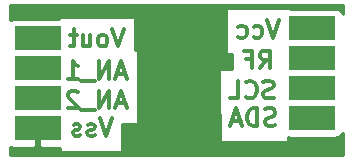
<source format=gbr>
G04 #@! TF.GenerationSoftware,KiCad,Pcbnew,(5.1.5)-3*
G04 #@! TF.CreationDate,2021-10-12T15:59:54+02:00*
G04 #@! TF.ProjectId,RFID_Cosine,52464944-5f43-46f7-9369-6e652e6b6963,rev?*
G04 #@! TF.SameCoordinates,Original*
G04 #@! TF.FileFunction,Copper,L2,Bot*
G04 #@! TF.FilePolarity,Positive*
%FSLAX46Y46*%
G04 Gerber Fmt 4.6, Leading zero omitted, Abs format (unit mm)*
G04 Created by KiCad (PCBNEW (5.1.5)-3) date 2021-10-12 15:59:54*
%MOMM*%
%LPD*%
G04 APERTURE LIST*
%ADD10C,0.300000*%
%ADD11R,4.000000X2.000000*%
%ADD12C,0.254000*%
G04 APERTURE END LIST*
D10*
X145435714Y-101928571D02*
X144935714Y-103428571D01*
X144435714Y-101928571D01*
X143292857Y-103357142D02*
X143435714Y-103428571D01*
X143721428Y-103428571D01*
X143864285Y-103357142D01*
X143935714Y-103285714D01*
X144007142Y-103142857D01*
X144007142Y-102714285D01*
X143935714Y-102571428D01*
X143864285Y-102500000D01*
X143721428Y-102428571D01*
X143435714Y-102428571D01*
X143292857Y-102500000D01*
X142007142Y-103357142D02*
X142150000Y-103428571D01*
X142435714Y-103428571D01*
X142578571Y-103357142D01*
X142650000Y-103285714D01*
X142721428Y-103142857D01*
X142721428Y-102714285D01*
X142650000Y-102571428D01*
X142578571Y-102500000D01*
X142435714Y-102428571D01*
X142150000Y-102428571D01*
X142007142Y-102500000D01*
X143828571Y-106028571D02*
X144328571Y-105314285D01*
X144685714Y-106028571D02*
X144685714Y-104528571D01*
X144114285Y-104528571D01*
X143971428Y-104600000D01*
X143900000Y-104671428D01*
X143828571Y-104814285D01*
X143828571Y-105028571D01*
X143900000Y-105171428D01*
X143971428Y-105242857D01*
X144114285Y-105314285D01*
X144685714Y-105314285D01*
X142685714Y-105242857D02*
X143185714Y-105242857D01*
X143185714Y-106028571D02*
X143185714Y-104528571D01*
X142471428Y-104528571D01*
X144985714Y-108507142D02*
X144771428Y-108578571D01*
X144414285Y-108578571D01*
X144271428Y-108507142D01*
X144200000Y-108435714D01*
X144128571Y-108292857D01*
X144128571Y-108150000D01*
X144200000Y-108007142D01*
X144271428Y-107935714D01*
X144414285Y-107864285D01*
X144700000Y-107792857D01*
X144842857Y-107721428D01*
X144914285Y-107650000D01*
X144985714Y-107507142D01*
X144985714Y-107364285D01*
X144914285Y-107221428D01*
X144842857Y-107150000D01*
X144700000Y-107078571D01*
X144342857Y-107078571D01*
X144128571Y-107150000D01*
X142628571Y-108435714D02*
X142700000Y-108507142D01*
X142914285Y-108578571D01*
X143057142Y-108578571D01*
X143271428Y-108507142D01*
X143414285Y-108364285D01*
X143485714Y-108221428D01*
X143557142Y-107935714D01*
X143557142Y-107721428D01*
X143485714Y-107435714D01*
X143414285Y-107292857D01*
X143271428Y-107150000D01*
X143057142Y-107078571D01*
X142914285Y-107078571D01*
X142700000Y-107150000D01*
X142628571Y-107221428D01*
X141271428Y-108578571D02*
X141985714Y-108578571D01*
X141985714Y-107078571D01*
X145121428Y-110857142D02*
X144907142Y-110928571D01*
X144550000Y-110928571D01*
X144407142Y-110857142D01*
X144335714Y-110785714D01*
X144264285Y-110642857D01*
X144264285Y-110500000D01*
X144335714Y-110357142D01*
X144407142Y-110285714D01*
X144550000Y-110214285D01*
X144835714Y-110142857D01*
X144978571Y-110071428D01*
X145050000Y-110000000D01*
X145121428Y-109857142D01*
X145121428Y-109714285D01*
X145050000Y-109571428D01*
X144978571Y-109500000D01*
X144835714Y-109428571D01*
X144478571Y-109428571D01*
X144264285Y-109500000D01*
X143621428Y-110928571D02*
X143621428Y-109428571D01*
X143264285Y-109428571D01*
X143050000Y-109500000D01*
X142907142Y-109642857D01*
X142835714Y-109785714D01*
X142764285Y-110071428D01*
X142764285Y-110285714D01*
X142835714Y-110571428D01*
X142907142Y-110714285D01*
X143050000Y-110857142D01*
X143264285Y-110928571D01*
X143621428Y-110928571D01*
X142192857Y-110500000D02*
X141478571Y-110500000D01*
X142335714Y-110928571D02*
X141835714Y-109428571D01*
X141335714Y-110928571D01*
X131264285Y-110228571D02*
X130764285Y-111728571D01*
X130264285Y-110228571D01*
X129835714Y-111657142D02*
X129692857Y-111728571D01*
X129407142Y-111728571D01*
X129264285Y-111657142D01*
X129192857Y-111514285D01*
X129192857Y-111442857D01*
X129264285Y-111300000D01*
X129407142Y-111228571D01*
X129621428Y-111228571D01*
X129764285Y-111157142D01*
X129835714Y-111014285D01*
X129835714Y-110942857D01*
X129764285Y-110800000D01*
X129621428Y-110728571D01*
X129407142Y-110728571D01*
X129264285Y-110800000D01*
X128621428Y-111657142D02*
X128478571Y-111728571D01*
X128192857Y-111728571D01*
X128050000Y-111657142D01*
X127978571Y-111514285D01*
X127978571Y-111442857D01*
X128050000Y-111300000D01*
X128192857Y-111228571D01*
X128407142Y-111228571D01*
X128550000Y-111157142D01*
X128621428Y-111014285D01*
X128621428Y-110942857D01*
X128550000Y-110800000D01*
X128407142Y-110728571D01*
X128192857Y-110728571D01*
X128050000Y-110800000D01*
X132428571Y-109000000D02*
X131714285Y-109000000D01*
X132571428Y-109428571D02*
X132071428Y-107928571D01*
X131571428Y-109428571D01*
X131071428Y-109428571D02*
X131071428Y-107928571D01*
X130214285Y-109428571D01*
X130214285Y-107928571D01*
X129857142Y-109571428D02*
X128714285Y-109571428D01*
X128428571Y-108071428D02*
X128357142Y-108000000D01*
X128214285Y-107928571D01*
X127857142Y-107928571D01*
X127714285Y-108000000D01*
X127642857Y-108071428D01*
X127571428Y-108214285D01*
X127571428Y-108357142D01*
X127642857Y-108571428D01*
X128500000Y-109428571D01*
X127571428Y-109428571D01*
X132428571Y-106500000D02*
X131714285Y-106500000D01*
X132571428Y-106928571D02*
X132071428Y-105428571D01*
X131571428Y-106928571D01*
X131071428Y-106928571D02*
X131071428Y-105428571D01*
X130214285Y-106928571D01*
X130214285Y-105428571D01*
X129857142Y-107071428D02*
X128714285Y-107071428D01*
X127571428Y-106928571D02*
X128428571Y-106928571D01*
X128000000Y-106928571D02*
X128000000Y-105428571D01*
X128142857Y-105642857D01*
X128285714Y-105785714D01*
X128428571Y-105857142D01*
X132335714Y-102678571D02*
X131835714Y-104178571D01*
X131335714Y-102678571D01*
X130621428Y-104178571D02*
X130764285Y-104107142D01*
X130835714Y-104035714D01*
X130907142Y-103892857D01*
X130907142Y-103464285D01*
X130835714Y-103321428D01*
X130764285Y-103250000D01*
X130621428Y-103178571D01*
X130407142Y-103178571D01*
X130264285Y-103250000D01*
X130192857Y-103321428D01*
X130121428Y-103464285D01*
X130121428Y-103892857D01*
X130192857Y-104035714D01*
X130264285Y-104107142D01*
X130407142Y-104178571D01*
X130621428Y-104178571D01*
X128835714Y-103178571D02*
X128835714Y-104178571D01*
X129478571Y-103178571D02*
X129478571Y-103964285D01*
X129407142Y-104107142D01*
X129264285Y-104178571D01*
X129050000Y-104178571D01*
X128907142Y-104107142D01*
X128835714Y-104035714D01*
X128335714Y-103178571D02*
X127764285Y-103178571D01*
X128121428Y-102678571D02*
X128121428Y-103964285D01*
X128050000Y-104107142D01*
X127907142Y-104178571D01*
X127764285Y-104178571D01*
D11*
X125000000Y-103500000D03*
X125000000Y-106040000D03*
X125000000Y-108580000D03*
X125000000Y-111120000D03*
X148250000Y-102630000D03*
X148250000Y-105170000D03*
X148250000Y-107710000D03*
X148250000Y-110250000D03*
D12*
G36*
X150840001Y-101387465D02*
G01*
X150839502Y-101385820D01*
X150780537Y-101275506D01*
X150701185Y-101178815D01*
X150604494Y-101099463D01*
X150494180Y-101040498D01*
X150374482Y-101004188D01*
X150250000Y-100991928D01*
X146363572Y-100991928D01*
X146363572Y-100960000D01*
X140936429Y-100960000D01*
X140936429Y-104780000D01*
X141472143Y-104780000D01*
X141472143Y-106110000D01*
X140343572Y-106110000D01*
X140343572Y-109930000D01*
X140407857Y-109930000D01*
X140407857Y-112280000D01*
X146192143Y-112280000D01*
X146192143Y-111882374D01*
X146250000Y-111888072D01*
X150250000Y-111888072D01*
X150374482Y-111875812D01*
X150494180Y-111839502D01*
X150604494Y-111780537D01*
X150701185Y-111701185D01*
X150780537Y-111604494D01*
X150839502Y-111494180D01*
X150840000Y-111492538D01*
X150840000Y-113340000D01*
X122660000Y-113340000D01*
X122660000Y-112658284D01*
X122755820Y-112709502D01*
X122875518Y-112745812D01*
X123000000Y-112758072D01*
X124714250Y-112755000D01*
X124873000Y-112596250D01*
X124873000Y-111247000D01*
X124853000Y-111247000D01*
X124853000Y-110993000D01*
X124873000Y-110993000D01*
X124873000Y-110973000D01*
X125127000Y-110973000D01*
X125127000Y-110993000D01*
X125147000Y-110993000D01*
X125147000Y-111247000D01*
X125127000Y-111247000D01*
X125127000Y-112596250D01*
X125285750Y-112755000D01*
X126907857Y-112757907D01*
X126907857Y-113080000D01*
X132192143Y-113080000D01*
X132192143Y-110780000D01*
X133499286Y-110780000D01*
X133499286Y-104460000D01*
X133263572Y-104460000D01*
X133263572Y-101710000D01*
X126836429Y-101710000D01*
X126836429Y-101861928D01*
X123000000Y-101861928D01*
X122875518Y-101874188D01*
X122755820Y-101910498D01*
X122660000Y-101961716D01*
X122660000Y-100660000D01*
X150840001Y-100660000D01*
X150840001Y-101387465D01*
G37*
X150840001Y-101387465D02*
X150839502Y-101385820D01*
X150780537Y-101275506D01*
X150701185Y-101178815D01*
X150604494Y-101099463D01*
X150494180Y-101040498D01*
X150374482Y-101004188D01*
X150250000Y-100991928D01*
X146363572Y-100991928D01*
X146363572Y-100960000D01*
X140936429Y-100960000D01*
X140936429Y-104780000D01*
X141472143Y-104780000D01*
X141472143Y-106110000D01*
X140343572Y-106110000D01*
X140343572Y-109930000D01*
X140407857Y-109930000D01*
X140407857Y-112280000D01*
X146192143Y-112280000D01*
X146192143Y-111882374D01*
X146250000Y-111888072D01*
X150250000Y-111888072D01*
X150374482Y-111875812D01*
X150494180Y-111839502D01*
X150604494Y-111780537D01*
X150701185Y-111701185D01*
X150780537Y-111604494D01*
X150839502Y-111494180D01*
X150840000Y-111492538D01*
X150840000Y-113340000D01*
X122660000Y-113340000D01*
X122660000Y-112658284D01*
X122755820Y-112709502D01*
X122875518Y-112745812D01*
X123000000Y-112758072D01*
X124714250Y-112755000D01*
X124873000Y-112596250D01*
X124873000Y-111247000D01*
X124853000Y-111247000D01*
X124853000Y-110993000D01*
X124873000Y-110993000D01*
X124873000Y-110973000D01*
X125127000Y-110973000D01*
X125127000Y-110993000D01*
X125147000Y-110993000D01*
X125147000Y-111247000D01*
X125127000Y-111247000D01*
X125127000Y-112596250D01*
X125285750Y-112755000D01*
X126907857Y-112757907D01*
X126907857Y-113080000D01*
X132192143Y-113080000D01*
X132192143Y-110780000D01*
X133499286Y-110780000D01*
X133499286Y-104460000D01*
X133263572Y-104460000D01*
X133263572Y-101710000D01*
X126836429Y-101710000D01*
X126836429Y-101861928D01*
X123000000Y-101861928D01*
X122875518Y-101874188D01*
X122755820Y-101910498D01*
X122660000Y-101961716D01*
X122660000Y-100660000D01*
X150840001Y-100660000D01*
X150840001Y-101387465D01*
M02*

</source>
